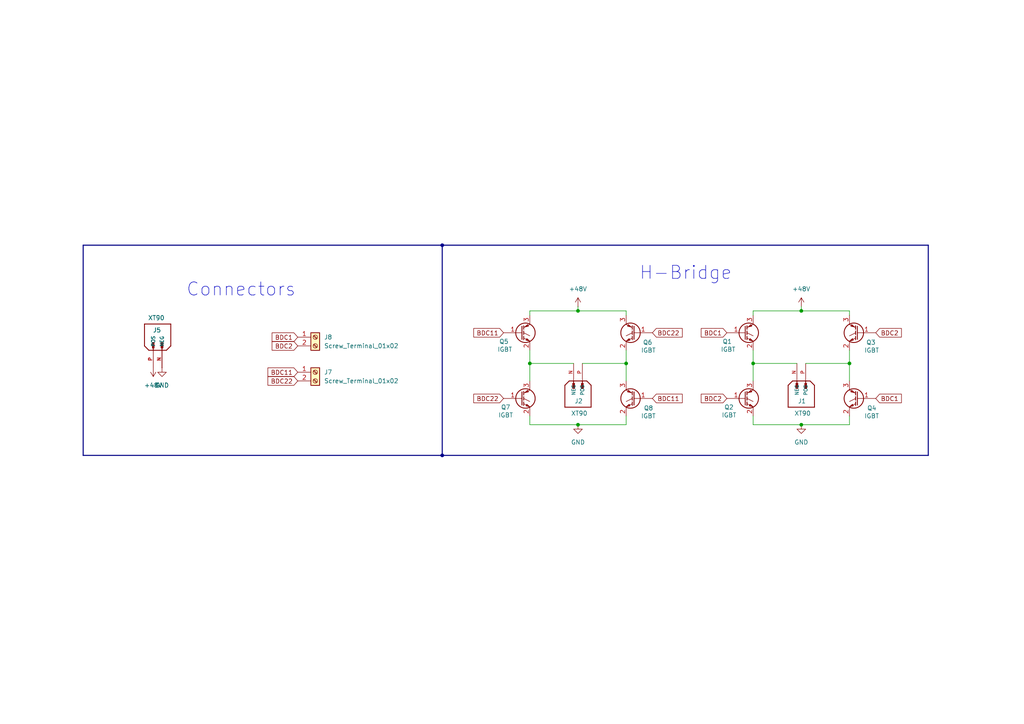
<source format=kicad_sch>
(kicad_sch (version 20231120) (generator "eeschema") (generator_version "8.0")
  (paper "A4")
  (lib_symbols
    (symbol "Connector:Screw_Terminal_01x02" (pin_names (offset 1.016) hide)
      (property "Reference" "J" (at 0 2.54 0))
      (property "Value" "Screw_Terminal_01x02" (at 0 -5.08 0))
      (symbol "Screw_Terminal_01x02_1_1"
        (rectangle (start -1.27 1.27) (end 1.27 -3.81) (stroke (width 0.254)) (fill (type background)))
        (circle (center 0 -2.54) (radius 0.635) (stroke (width 0.1524)))
        (polyline (pts (xy -0.5334 -2.2098) (xy 0.3302 -3.048)) (stroke (width 0.1524)))
        (polyline (pts (xy -0.5334 0.3302) (xy 0.3302 -0.508)) (stroke (width 0.1524)))
        (polyline (pts (xy -0.3556 -2.032) (xy 0.508 -2.8702)) (stroke (width 0.1524)))
        (polyline (pts (xy -0.3556 0.508) (xy 0.508 -0.3302)) (stroke (width 0.1524)))
        (circle (center 0 0) (radius 0.635) (stroke (width 0.1524)))
        (pin passive line (at -5.08 0 0) (length 3.81) (name "Pin_1") (number "1"))
        (pin passive line (at -5.08 -2.54 0) (length 3.81) (name "Pin_2") (number "2"))
      )
    )
    (symbol "Device:Q_NIGBT_GEC" (pin_names (offset 0) hide)
      (property "Reference" "Q" (at 5.08 1.27 0))
      (property "Value" "Q_NIGBT_GEC" (at 5.08 -1.27 0))
      (symbol "Q_NIGBT_GEC_0_1"
        (polyline (pts (xy 0.762 -1.016) (xy 0.762 -2.032)) (stroke (width 0.254)))
        (polyline (pts (xy 0.762 0.508) (xy 0.762 -0.508)) (stroke (width 0.254)))
        (polyline (pts (xy 0.762 2.032) (xy 0.762 1.016)) (stroke (width 0.254)))
        (polyline (pts (xy 2.54 -2.413) (xy 0.762 -1.524)))
        (polyline (pts (xy 2.54 -0.889) (xy 0.762 0)))
        (polyline (pts (xy 2.54 2.413) (xy 0.762 1.524)))
        (polyline (pts (xy 0.254 1.905) (xy 0.254 -1.905) (xy 0.254 -1.905)) (stroke (width 0.254)))
        (polyline (pts (xy 1.397 -2.159) (xy 1.651 -1.651) (xy 2.54 -2.413) (xy 1.397 -2.159)) (fill (type outline)))
        (polyline (pts (xy 2.159 1.905) (xy 1.905 2.413) (xy 1.016 1.651) (xy 2.159 1.905)) (fill (type outline)))
        (circle (center 1.27 0) (radius 2.8194) (stroke (width 0.254)))
      )
      (symbol "Q_NIGBT_GEC_1_1"
        (pin input line (at -5.08 0 0) (length 5.334) (name "G") (number "1"))
        (pin passive line (at 2.54 -5.08 90) (length 2.54) (name "E") (number "2"))
        (pin passive line (at 2.54 5.08 270) (length 2.54) (name "C") (number "3"))
      )
    )
    (symbol "power:+48V" (power) (pin_numbers hide) (pin_names (offset 0) hide)
      (property "Value" "+48V" (at 0 3.556 0))
      (symbol "+48V_0_1"
        (polyline (pts (xy -0.762 1.27) (xy 0 2.54)))
        (polyline (pts (xy 0 0) (xy 0 2.54)))
        (polyline (pts (xy 0 2.54) (xy 0.762 1.27)))
      )
      (symbol "+48V_1_1"
        (pin power_in line (at 0 0 90) (length 0) (name "~") (number "1"))
      )
    )
    (symbol "power:GND" (power) (pin_numbers hide) (pin_names (offset 0) hide)
      (property "Value" "GND" (at 0 -3.81 0))
      (symbol "GND_0_1"
        (polyline (pts (xy 0 0) (xy 0 -1.27) (xy 1.27 -1.27) (xy 0 -2.54) (xy -1.27 -1.27) (xy 0 -1.27)))
      )
      (symbol "GND_1_1"
        (pin power_in line (at 0 0 270) (length 0) (name "~") (number "1"))
      )
    )
    (symbol "xt90:XT90PW-M" (pin_names (offset 1.016))
      (property "Reference" "J" (at 0 3.81 0))
      (property "Value" "XT90PW-M" (at 0 -7.62 0))
      (symbol "XT90PW-M_0_0"
        (polyline (pts (xy 0 -3.81) (xy 1.27 -5.08)) (stroke (width 0.254)))
        (polyline (pts (xy 0 -2.54) (xy 1.905 -2.54)) (stroke (width 0.254)))
        (polyline (pts (xy 0 0) (xy 0 -3.81)) (stroke (width 0.254)))
        (polyline (pts (xy 0 0) (xy 1.905 0)) (stroke (width 0.254)))
        (polyline (pts (xy 0 1.27) (xy 0 0)) (stroke (width 0.254)))
        (polyline (pts (xy 0 1.27) (xy 1.27 2.54)) (stroke (width 0.254)))
        (polyline (pts (xy 1.27 -5.08) (xy 7.62 -5.08)) (stroke (width 0.254)))
        (polyline (pts (xy 7.62 -5.08) (xy 7.62 2.54)) (stroke (width 0.254)))
        (polyline (pts (xy 7.62 2.54) (xy 1.27 2.54)) (stroke (width 0.254)))
        (rectangle (start 0.635 -2.8575) (end 2.2225 -2.2225) (stroke (width 0.1)) (fill (type outline)))
        (rectangle (start 0.635 -0.3175) (end 2.2225 0.3175) (stroke (width 0.1)) (fill (type outline)))
        (pin passive line (at -5.08 -2.54 0) (length 5.08) (name "NEG") (number "N"))
        (pin passive line (at -5.08 0 0) (length 5.08) (name "POS") (number "P"))
      )
    )
  )
  (junction (at 232.41 123.19))
  (junction (at 232.41 90.17))
  (junction (at 167.64 123.19))
  (junction (at 128.27 71.12))
  (junction (at 181.61 105.41))
  (junction (at 246.38 105.41))
  (junction (at 167.64 90.17))
  (junction (at 128.27 132.08))
  (junction (at 153.67 105.41))
  (junction (at 218.44 105.41))
  (wire (pts (xy 232.41 90.17) (xy 232.41 88.9)))
  (wire (pts (xy 218.44 105.41) (xy 218.44 110.49)))
  (wire (pts (xy 232.41 90.17) (xy 246.38 90.17)))
  (wire (pts (xy 153.67 105.41) (xy 153.67 110.49)))
  (wire (pts (xy 233.68 105.41) (xy 246.38 105.41)))
  (bus (pts (xy 128.27 71.12) (xy 24.13 71.12)))
  (wire (pts (xy 246.38 101.6) (xy 246.38 105.41)))
  (wire (pts (xy 167.64 123.19) (xy 181.61 123.19)))
  (wire (pts (xy 168.91 105.41) (xy 181.61 105.41)))
  (wire (pts (xy 181.61 90.17) (xy 181.61 91.44)))
  (wire (pts (xy 181.61 101.6) (xy 181.61 105.41)))
  (wire (pts (xy 181.61 123.19) (xy 181.61 120.65)))
  (wire (pts (xy 153.67 90.17) (xy 153.67 91.44)))
  (wire (pts (xy 218.44 90.17) (xy 218.44 91.44)))
  (wire (pts (xy 153.67 123.19) (xy 153.67 120.65)))
  (wire (pts (xy 153.67 105.41) (xy 166.37 105.41)))
  (bus (pts (xy 269.24 132.08) (xy 128.27 132.08)))
  (wire (pts (xy 153.67 90.17) (xy 167.64 90.17)))
  (wire (pts (xy 246.38 90.17) (xy 246.38 91.44)))
  (wire (pts (xy 167.64 90.17) (xy 167.64 88.9)))
  (bus (pts (xy 128.27 71.12) (xy 269.24 71.12)))
  (wire (pts (xy 167.64 90.17) (xy 181.61 90.17)))
  (bus (pts (xy 128.27 132.08) (xy 128.27 71.12)))
  (bus (pts (xy 24.13 132.08) (xy 128.27 132.08)))
  (wire (pts (xy 246.38 105.41) (xy 246.38 110.49)))
  (wire (pts (xy 218.44 101.6) (xy 218.44 105.41)))
  (wire (pts (xy 181.61 105.41) (xy 181.61 110.49)))
  (bus (pts (xy 24.13 71.12) (xy 24.13 132.08)))
  (wire (pts (xy 232.41 123.19) (xy 246.38 123.19)))
  (bus (pts (xy 269.24 71.12) (xy 269.24 132.08)))
  (wire (pts (xy 246.38 123.19) (xy 246.38 120.65)))
  (wire (pts (xy 218.44 90.17) (xy 232.41 90.17)))
  (wire (pts (xy 218.44 105.41) (xy 231.14 105.41)))
  (wire (pts (xy 153.67 123.19) (xy 167.64 123.19)))
  (wire (pts (xy 218.44 123.19) (xy 232.41 123.19)))
  (wire (pts (xy 153.67 101.6) (xy 153.67 105.41)))
  (wire (pts (xy 218.44 123.19) (xy 218.44 120.65)))
  (text "H-Bridge\n" (at 198.882 79.248 0) (effects (font (size 3.81 3.81))))
  (text "Connectors \n\n" (at 71.374 87.122 0) (effects (font (size 3.81 3.81))))
  (global_label "BDC11" (shape input) (at 86.36 107.95 180) (property "Intersheetrefs" "${INTERSHEET_REFS}" (effects (hide yes))))
  (global_label "BDC22" (shape input) (at 86.36 110.49 180) (property "Intersheetrefs" "${INTERSHEET_REFS}" (effects (hide yes))))
  (global_label "BDC2" (shape input) (at 86.36 100.33 180) (property "Intersheetrefs" "${INTERSHEET_REFS}" (effects (hide yes))))
  (global_label "BDC2" (shape input) (at 254 96.52 0) (property "Intersheetrefs" "${INTERSHEET_REFS}" (effects (hide yes))))
  (global_label "BDC1" (shape input) (at 86.36 97.79 180) (property "Intersheetrefs" "${INTERSHEET_REFS}" (effects (hide yes))))
  (global_label "BDC11" (shape input) (at 189.23 115.57 0) (property "Intersheetrefs" "${INTERSHEET_REFS}" (effects (hide yes))))
  (global_label "BDC22" (shape input) (at 189.23 96.52 0) (property "Intersheetrefs" "${INTERSHEET_REFS}" (effects (hide yes))))
  (global_label "BDC2" (shape input) (at 210.82 115.57 180) (property "Intersheetrefs" "${INTERSHEET_REFS}" (effects (hide yes))))
  (global_label "BDC11" (shape input) (at 146.05 96.52 180) (property "Intersheetrefs" "${INTERSHEET_REFS}" (effects (hide yes))))
  (global_label "BDC22" (shape input) (at 146.05 115.57 180) (property "Intersheetrefs" "${INTERSHEET_REFS}" (effects (hide yes))))
  (global_label "BDC1" (shape input) (at 254 115.57 0) (property "Intersheetrefs" "${INTERSHEET_REFS}" (effects (hide yes))))
  (global_label "BDC1" (shape input) (at 210.82 96.52 180) (property "Intersheetrefs" "${INTERSHEET_REFS}" (effects (hide yes))))
  (symbol (lib_id "power:+48V") (at 232.41 88.9 0) (unit 1)
    (property "Reference" "#PWR011" (effects (hide yes)))
    (property "Value" "+48V" (at 232.41 83.82 0))
    (property "Description" "Power symbol creates a global label with name \"+48V\"" (effects (hide yes)))
  )
  (symbol (lib_id "xt90:XT90PW-M") (at 233.68 110.49 270) (unit 1)
    (property "Reference" "J1" (at 231.394 116.332 90) (effects (justify left)))
    (property "Value" "XT90" (at 230.378 119.888 90) (effects (justify left)))
    (property "Footprint" "Skibidi-feet:xt90Female" (effects (hide yes)))
    (property "MF" "AMASS" (effects (hide yes)))
    (property "Description_1" "\nSocket; DC supply; XT90; male; PIN: 2; on PCBs; THT; Colour: yellow\n" (effects (hide yes)))
    (property "Package" "Package" (effects (hide yes)))
    (property "Price" "None" (effects (hide yes)))
    (property "Check_prices" "https://www.snapeda.com/parts/XT90PW-M/AMASS/view-part/?ref=eda" (effects (hide yes)))
    (property "MAXIMUM_PACKAGE_HIEGHT" "10.3mm" (effects (hide yes)))
    (property "STANDARD" "Manufacturer Recommendations" (effects (hide yes)))
    (property "PARTREV" "V00" (effects (hide yes)))
    (property "SnapEDA_Link" "https://www.snapeda.com/parts/XT90PW-M/AMASS/view-part/?ref=snap" (effects (hide yes)))
    (property "MP" "XT90PW-M" (effects (hide yes)))
    (property "Availability" "Not in stock" (effects (hide yes)))
    (property "MANUFACTURER" "AMASS" (effects (hide yes)))
  )
  (symbol (lib_id "Device:Q_NIGBT_GEC") (at 215.9 115.57 0) (unit 1)
    (property "Reference" "Q2" (at 210.058 118.11 0) (effects (justify left)))
    (property "Value" "IGBT" (at 209.296 120.396 0) (effects (justify left)))
    (property "Footprint" "Skibidi-feet:IGBT" (effects (hide yes)))
    (property "Description" "N-IGBT transistor, gate/emitter/collector" (effects (hide yes)))
  )
  (symbol (lib_id "Device:Q_NIGBT_GEC") (at 248.92 115.57 0) (mirror y) (unit 1)
    (property "Reference" "Q4" (at 254.254 118.364 0) (effects (justify left)))
    (property "Value" "IGBT" (at 255.016 120.65 0) (effects (justify left)))
    (property "Footprint" "Skibidi-feet:IGBT" (effects (hide yes)))
    (property "Description" "N-IGBT transistor, gate/emitter/collector" (effects (hide yes)))
  )
  (symbol (lib_id "Device:Q_NIGBT_GEC") (at 184.15 115.57 0) (mirror y) (unit 1)
    (property "Reference" "Q8" (at 189.484 118.364 0) (effects (justify left)))
    (property "Value" "IGBT" (at 190.246 120.65 0) (effects (justify left)))
    (property "Footprint" "Skibidi-feet:IGBT" (effects (hide yes)))
    (property "Description" "N-IGBT transistor, gate/emitter/collector" (effects (hide yes)))
  )
  (symbol (lib_id "xt90:XT90PW-M") (at 44.45 101.6 90) (unit 1)
    (property "Reference" "J5" (at 46.736 95.758 90) (effects (justify left)))
    (property "Value" "XT90" (at 47.752 92.202 90) (effects (justify left)))
    (property "Footprint" "Skibidi-feet:xt90Female" (effects (hide yes)))
    (property "MF" "AMASS" (effects (hide yes)))
    (property "Description_1" "\nSocket; DC supply; XT90; male; PIN: 2; on PCBs; THT; Colour: yellow\n" (effects (hide yes)))
    (property "Package" "Package" (effects (hide yes)))
    (property "Price" "None" (effects (hide yes)))
    (property "Check_prices" "https://www.snapeda.com/parts/XT90PW-M/AMASS/view-part/?ref=eda" (effects (hide yes)))
    (property "MAXIMUM_PACKAGE_HIEGHT" "10.3mm" (effects (hide yes)))
    (property "STANDARD" "Manufacturer Recommendations" (effects (hide yes)))
    (property "PARTREV" "V00" (effects (hide yes)))
    (property "SnapEDA_Link" "https://www.snapeda.com/parts/XT90PW-M/AMASS/view-part/?ref=snap" (effects (hide yes)))
    (property "MP" "XT90PW-M" (effects (hide yes)))
    (property "Availability" "Not in stock" (effects (hide yes)))
    (property "MANUFACTURER" "AMASS" (effects (hide yes)))
  )
  (symbol (lib_id "Device:Q_NIGBT_GEC") (at 151.13 115.57 0) (unit 1)
    (property "Reference" "Q7" (at 145.288 118.11 0) (effects (justify left)))
    (property "Value" "IGBT" (at 144.526 120.396 0) (effects (justify left)))
    (property "Footprint" "Skibidi-feet:IGBT" (effects (hide yes)))
    (property "Description" "N-IGBT transistor, gate/emitter/collector" (effects (hide yes)))
  )
  (symbol (lib_id "xt90:XT90PW-M") (at 168.91 110.49 270) (unit 1)
    (property "Reference" "J2" (at 166.624 116.332 90) (effects (justify left)))
    (property "Value" "XT90" (at 165.608 119.888 90) (effects (justify left)))
    (property "Footprint" "Skibidi-feet:xt90Female" (effects (hide yes)))
    (property "MF" "AMASS" (effects (hide yes)))
    (property "Description_1" "\nSocket; DC supply; XT90; male; PIN: 2; on PCBs; THT; Colour: yellow\n" (effects (hide yes)))
    (property "Package" "Package" (effects (hide yes)))
    (property "Price" "None" (effects (hide yes)))
    (property "Check_prices" "https://www.snapeda.com/parts/XT90PW-M/AMASS/view-part/?ref=eda" (effects (hide yes)))
    (property "MAXIMUM_PACKAGE_HIEGHT" "10.3mm" (effects (hide yes)))
    (property "STANDARD" "Manufacturer Recommendations" (effects (hide yes)))
    (property "PARTREV" "V00" (effects (hide yes)))
    (property "SnapEDA_Link" "https://www.snapeda.com/parts/XT90PW-M/AMASS/view-part/?ref=snap" (effects (hide yes)))
    (property "MP" "XT90PW-M" (effects (hide yes)))
    (property "Availability" "Not in stock" (effects (hide yes)))
    (property "MANUFACTURER" "AMASS" (effects (hide yes)))
  )
  (symbol (lib_id "Connector:Screw_Terminal_01x02") (at 91.44 107.95 0) (unit 1)
    (property "Reference" "J7" (at 93.98 107.9499 0) (effects (justify left)))
    (property "Value" "Screw_Terminal_01x02" (at 93.98 110.4899 0) (effects (justify left)))
    (property "Footprint" "Skibidi-feet:Screwterminal2" (effects (hide yes)))
    (property "Description" "Generic screw terminal, single row, 01x02, script generated (kicad-library-utils/schlib/autogen/connector/)" (effects (hide yes)))
  )
  (symbol (lib_id "Device:Q_NIGBT_GEC") (at 215.9 96.52 0) (unit 1)
    (property "Reference" "Q1" (at 209.55 99.06 0) (effects (justify left)))
    (property "Value" "IGBT" (at 209.042 101.346 0) (effects (justify left)))
    (property "Footprint" "Skibidi-feet:IGBT" (effects (hide yes)))
    (property "Description" "N-IGBT transistor, gate/emitter/collector" (effects (hide yes)))
  )
  (symbol (lib_id "power:GND") (at 46.99 106.68 0) (unit 1)
    (property "Reference" "#PWR015" (effects (hide yes)))
    (property "Value" "GND" (at 46.99 111.76 0))
    (property "Description" "Power symbol creates a global label with name \"GND\" , ground" (effects (hide yes)))
  )
  (symbol (lib_id "Device:Q_NIGBT_GEC") (at 151.13 96.52 0) (unit 1)
    (property "Reference" "Q5" (at 144.78 99.06 0) (effects (justify left)))
    (property "Value" "IGBT" (at 144.272 101.346 0) (effects (justify left)))
    (property "Footprint" "Skibidi-feet:IGBT" (effects (hide yes)))
    (property "Description" "N-IGBT transistor, gate/emitter/collector" (effects (hide yes)))
  )
  (symbol (lib_id "Device:Q_NIGBT_GEC") (at 248.92 96.52 0) (mirror y) (unit 1)
    (property "Reference" "Q3" (at 254 99.314 0) (effects (justify left)))
    (property "Value" "IGBT" (at 255.016 101.6 0) (effects (justify left)))
    (property "Footprint" "Skibidi-feet:IGBT" (effects (hide yes)))
    (property "Description" "N-IGBT transistor, gate/emitter/collector" (effects (hide yes)))
  )
  (symbol (lib_id "power:+48V") (at 167.64 88.9 0) (unit 1)
    (property "Reference" "#PWR03" (effects (hide yes)))
    (property "Value" "+48V" (at 167.64 83.82 0))
    (property "Description" "Power symbol creates a global label with name \"+48V\"" (effects (hide yes)))
  )
  (symbol (lib_id "power:GND") (at 167.64 123.19 0) (unit 1)
    (property "Reference" "#PWR012" (effects (hide yes)))
    (property "Value" "GND" (at 167.64 128.27 0))
    (property "Description" "Power symbol creates a global label with name \"GND\" , ground" (effects (hide yes)))
  )
  (symbol (lib_id "Device:Q_NIGBT_GEC") (at 184.15 96.52 0) (mirror y) (unit 1)
    (property "Reference" "Q6" (at 189.23 99.314 0) (effects (justify left)))
    (property "Value" "IGBT" (at 190.246 101.6 0) (effects (justify left)))
    (property "Footprint" "Skibidi-feet:IGBT" (effects (hide yes)))
    (property "Description" "N-IGBT transistor, gate/emitter/collector" (effects (hide yes)))
  )
  (symbol (lib_id "power:+48V") (at 44.45 106.68 180) (unit 1)
    (property "Reference" "#PWR013" (effects (hide yes)))
    (property "Value" "+48V" (at 44.45 111.76 0))
    (property "Description" "Power symbol creates a global label with name \"+48V\"" (effects (hide yes)))
  )
  (symbol (lib_id "power:GND") (at 232.41 123.19 0) (unit 1)
    (property "Reference" "#PWR014" (effects (hide yes)))
    (property "Value" "GND" (at 232.41 128.27 0))
    (property "Description" "Power symbol creates a global label with name \"GND\" , ground" (effects (hide yes)))
  )
  (symbol (lib_id "Connector:Screw_Terminal_01x02") (at 91.44 97.79 0) (unit 1)
    (property "Reference" "J8" (at 93.98 97.7899 0) (effects (justify left)))
    (property "Value" "Screw_Terminal_01x02" (at 93.98 100.3299 0) (effects (justify left)))
    (property "Footprint" "Skibidi-feet:Screwterminal2" (effects (hide yes)))
    (property "Description" "Generic screw terminal, single row, 01x02, script generated (kicad-library-utils/schlib/autogen/connector/)" (effects (hide yes)))
  )
)
</source>
